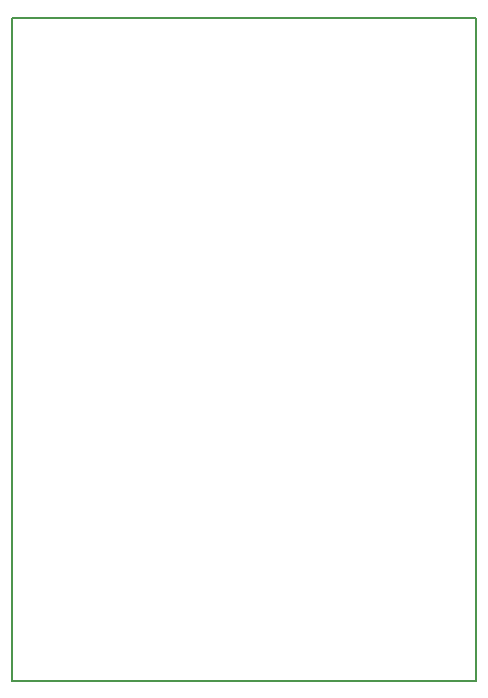
<source format=gbr>
G04 #@! TF.FileFunction,Profile,NP*
%FSLAX46Y46*%
G04 Gerber Fmt 4.6, Leading zero omitted, Abs format (unit mm)*
G04 Created by KiCad (PCBNEW 4.0.2-4+6225~38~ubuntu14.04.1-stable) date Wed 02 Mar 2016 03:50:32 PM CST*
%MOMM*%
G01*
G04 APERTURE LIST*
%ADD10C,0.100000*%
%ADD11C,0.127000*%
G04 APERTURE END LIST*
D10*
D11*
X184404000Y-146304000D02*
X184023000Y-146304000D01*
X184404000Y-90170000D02*
X184404000Y-146304000D01*
X184023000Y-90170000D02*
X184404000Y-90170000D01*
X145161000Y-146304000D02*
X145161000Y-145923000D01*
X184023000Y-146304000D02*
X145161000Y-146304000D01*
X145161000Y-90170000D02*
X184023000Y-90170000D01*
X145161000Y-90805000D02*
X145161000Y-90170000D01*
X145161000Y-145923000D02*
X145161000Y-90805000D01*
M02*

</source>
